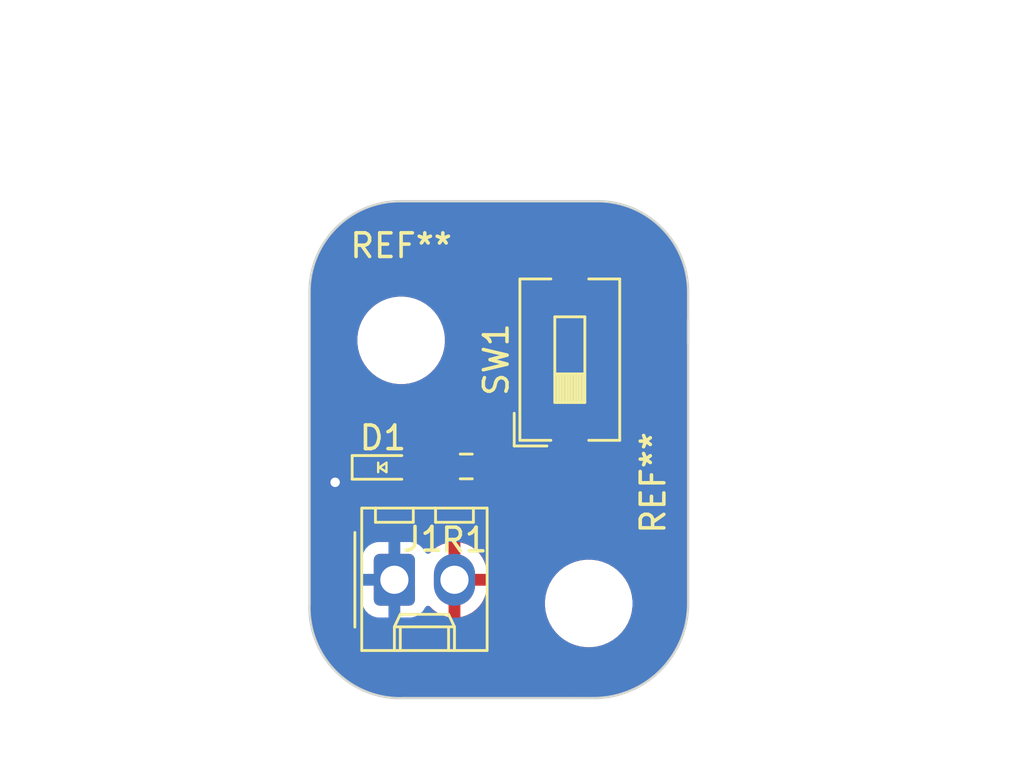
<source format=kicad_pcb>
(kicad_pcb (version 20240108) (generator "pcbnew") (generator_version "8.0")
  (title_block (title "LED Project") (date "2022-08-16") (rev "0.0") (company "Illini Solar Car") (comment 1 "Designed By: Madhumita Manthri"))
  (layers (0 "F.Cu" signal) (31 "B.Cu" signal) (34 "B.Paste" user) (35 "F.Paste" user) (36 "B.SilkS" user "B.Silkscreen") (37 "F.SilkS" user "F.Silkscreen") (38 "B.Mask" user) (39 "F.Mask" user) (44 "Edge.Cuts" user))
  (net 0 "")
  (net 1 "Net-(D1-A)")
  (net 2 "GND")
  (net 3 "Net-(R1-Pad1)")
  (net 4 "+3V3")
  (footprint "Connector_Molex:Molex_KK-254_AE-6410-02A_1x02_P2.54mm_Vertical" (layer "F.Cu") (at 83.585 41)
    (property "Reference" "J1" (at 1.205 -1.71 0) (layer "F.SilkS"))
    (property "Value" "Conn_01x02")
    (fp_line (start -1.67 -2) (end -1.67 2) (stroke (width 0.12)) (layer "F.SilkS"))
    (fp_line (start -1.38 -3.03) (end -1.38 2.99) (stroke (width 0.12)) (layer "F.SilkS"))
    (fp_line (start -1.38 2.99) (end 3.92 2.99) (stroke (width 0.12)) (layer "F.SilkS"))
    (fp_line (start -0.8 -3.03) (end -0.8 -2.43) (stroke (width 0.12)) (layer "F.SilkS"))
    (fp_line (start -0.8 -2.43) (end 0.8 -2.43) (stroke (width 0.12)) (layer "F.SilkS"))
    (fp_line (start 0 1.99) (end 0.25 1.46) (stroke (width 0.12)) (layer "F.SilkS"))
    (fp_line (start 0 1.99) (end 2.54 1.99) (stroke (width 0.12)) (layer "F.SilkS"))
    (fp_line (start 0 2.99) (end 0 1.99) (stroke (width 0.12)) (layer "F.SilkS"))
    (fp_line (start 0.25 1.46) (end 2.29 1.46) (stroke (width 0.12)) (layer "F.SilkS"))
    (fp_line (start 0.25 2.99) (end 0.25 1.99) (stroke (width 0.12)) (layer "F.SilkS"))
    (fp_line (start 0.8 -2.43) (end 0.8 -3.03) (stroke (width 0.12)) (layer "F.SilkS"))
    (fp_line (start 1.74 -3.03) (end 1.74 -2.43) (stroke (width 0.12)) (layer "F.SilkS"))
    (fp_line (start 1.74 -2.43) (end 3.34 -2.43) (stroke (width 0.12)) (layer "F.SilkS"))
    (fp_line (start 2.29 1.46) (end 2.54 1.99) (stroke (width 0.12)) (layer "F.SilkS"))
    (fp_line (start 2.29 2.99) (end 2.29 1.99) (stroke (width 0.12)) (layer "F.SilkS"))
    (fp_line (start 2.54 1.99) (end 2.54 2.99) (stroke (width 0.12)) (layer "F.SilkS"))
    (fp_line (start 3.34 -2.43) (end 3.34 -3.03) (stroke (width 0.12)) (layer "F.SilkS"))
    (fp_line (start 3.92 -3.03) (end -1.38 -3.03) (stroke (width 0.12)) (layer "F.SilkS"))
    (fp_line (start 3.92 2.99) (end 3.92 -3.03) (stroke (width 0.12)) (layer "F.SilkS"))
    (pad "1" thru_hole roundrect (at 0 0) (size 1.74 2.19) (drill 1.19) (layers "*.Cu" "*.Mask") (roundrect_rratio 0.143678) (net 2 "GND"))
    (pad "2" thru_hole oval (at 2.54 0) (size 1.74 2.19) (drill 1.19) (layers "*.Cu" "*.Mask") (net 4 "+3V3"))
  )
  (footprint "Button_Switch_SMD:SW_DIP_SPSTx01_Slide_6.7x4.1mm_W8.61mm_P2.54mm_LowProfile" (layer "F.Cu") (at 91 31.695 90)
    (property "Reference" "SW1" (at 0 -3.11 90) (layer "F.SilkS"))
    (property "Value" "SW_Push")
    (fp_line (start -3.65 -2.35) (end -2.267 -2.35) (stroke (width 0.12)) (layer "F.SilkS"))
    (fp_line (start -3.65 -2.35) (end -3.65 -0.967) (stroke (width 0.12)) (layer "F.SilkS"))
    (fp_line (start 3.41 -2.11) (end 3.41 -0.8) (stroke (width 0.12)) (layer "F.SilkS"))
    (fp_line (start -3.41 -2.11) (end 3.41 -2.11) (stroke (width 0.12)) (layer "F.SilkS"))
    (fp_line (start -3.41 -2.11) (end -3.41 -0.8) (stroke (width 0.12)) (layer "F.SilkS"))
    (fp_line (start 1.81 -0.635) (end -1.81 -0.635) (stroke (width 0.12)) (layer "F.SilkS"))
    (fp_line (start -0.603333 -0.635) (end -0.603333 0.635) (stroke (width 0.12)) (layer "F.SilkS"))
    (fp_line (start -1.81 -0.635) (end -1.81 0.635) (stroke (width 0.12)) (layer "F.SilkS"))
    (fp_line (start -1.81 -0.515) (end -0.603333 -0.515) (stroke (width 0.12)) (layer "F.SilkS"))
    (fp_line (start -1.81 -0.395) (end -0.603333 -0.395) (stroke (width 0.12)) (layer "F.SilkS"))
    (fp_line (start -1.81 -0.275) (end -0.603333 -0.275) (stroke (width 0.12)) (layer "F.SilkS"))
    (fp_line (start -1.81 -0.155) (end -0.603333 -0.155) (stroke (width 0.12)) (layer "F.SilkS"))
    (fp_line (start -1.81 -0.035) (end -0.603333 -0.035) (stroke (width 0.12)) (layer "F.SilkS"))
    (fp_line (start -1.81 0.085) (end -0.603333 0.085) (stroke (width 0.12)) (layer "F.SilkS"))
    (fp_line (start -1.81 0.205) (end -0.603333 0.205) (stroke (width 0.12)) (layer "F.SilkS"))
    (fp_line (start -1.81 0.325) (end -0.603333 0.325) (stroke (width 0.12)) (layer "F.SilkS"))
    (fp_line (start -1.81 0.445) (end -0.603333 0.445) (stroke (width 0.12)) (layer "F.SilkS"))
    (fp_line (start -1.81 0.565) (end -0.603333 0.565) (stroke (width 0.12)) (layer "F.SilkS"))
    (fp_line (start 1.81 0.635) (end 1.81 -0.635) (stroke (width 0.12)) (layer "F.SilkS"))
    (fp_line (start -1.81 0.635) (end 1.81 0.635) (stroke (width 0.12)) (layer "F.SilkS"))
    (fp_line (start 3.41 0.8) (end 3.41 2.11) (stroke (width 0.12)) (layer "F.SilkS"))
    (fp_line (start -3.41 0.8) (end -3.41 2.11) (stroke (width 0.12)) (layer "F.SilkS"))
    (fp_line (start -3.41 2.11) (end 3.41 2.11) (stroke (width 0.12)) (layer "F.SilkS"))
    (pad "1" smd rect (at -4.305 0 90) (size 2.44 1.12) (layers "F.Cu" "F.Paste" "F.Mask") (net 4 "+3V3"))
    (pad "2" smd rect (at 4.305 0 90) (size 2.44 1.12) (layers "F.Cu" "F.Paste" "F.Mask") (net 3 "Net-(R1-Pad1)"))
  )
  (footprint "MountingHole:MountingHole_3.2mm_M3" (layer "F.Cu") (at 83.87 30.88)
    (property "Reference" "REF**" (at 0 -4 0) (layer "F.SilkS"))
    (property "Value" "MountingHole_3.2mm_M3")
    (pad "" np_thru_hole circle (at 0 0) (size 3.2 3.2) (drill 3.2) (layers "F&B.Cu" "*.Mask"))
  )
  (footprint "layout:LED_0603_Symbol_on_F.SilkS" (layer "F.Cu") (at 83.1 36.25)
    (property "Reference" "D1" (at 0 -1.25 0) (layer "F.SilkS"))
    (property "Value" "LED_RED")
    (fp_line (start -1.3 -0.5) (end -1.3 0.5) (stroke (width 0.12)) (layer "F.SilkS"))
    (fp_line (start -1.3 -0.5) (end 0.8 -0.5) (stroke (width 0.12)) (layer "F.SilkS"))
    (fp_line (start -1.3 0.5) (end 0.8 0.5) (stroke (width 0.12)) (layer "F.SilkS"))
    (fp_line (start -0.2 -0.2) (end -0.2 0.2) (stroke (width 0.1)) (layer "F.SilkS"))
    (fp_line (start -0.15 0) (end 0.15 -0.2) (stroke (width 0.1)) (layer "F.SilkS"))
    (fp_line (start 0.15 -0.2) (end 0.15 0.2) (stroke (width 0.1)) (layer "F.SilkS"))
    (fp_line (start 0.15 0.2) (end -0.15 0) (stroke (width 0.1)) (layer "F.SilkS"))
    (pad "1" smd rect (at -0.8 0 180) (size 0.8 0.8) (layers "F.Cu" "F.Paste" "F.Mask") (net 2 "GND"))
    (pad "2" smd rect (at 0.8 0 180) (size 0.8 0.8) (layers "F.Cu" "F.Paste" "F.Mask") (net 1 "Net-(D1-A)"))
  )
  (footprint "MountingHole:MountingHole_3.2mm_M3" (layer "F.Cu") (at 91.8 42)
    (property "Reference" "REF**" (at 2.72 -5.1 90) (layer "F.SilkS"))
    (property "Value" "MountingHole_3.2mm_M3")
    (pad "" np_thru_hole circle (at 0 0) (size 3.2 3.2) (drill 3.2) (layers "F&B.Cu" "*.Mask"))
  )
  (footprint "Resistor_SMD:R_0603_1608Metric_Pad0.98x0.95mm_HandSolder" (layer "F.Cu") (at 86.6225 36.21 180)
    (property "Reference" "R1" (at 0.0825 -3.11 360) (layer "F.SilkS"))
    (property "Value" "105")
    (fp_line (start -0.254724 0.5225) (end 0.254724 0.5225) (stroke (width 0.12)) (layer "F.SilkS"))
    (fp_line (start -0.254724 -0.5225) (end 0.254724 -0.5225) (stroke (width 0.12)) (layer "F.SilkS"))
    (pad "1" smd roundrect (at -0.9125 0 180) (size 0.975 0.95) (layers "F.Cu" "F.Paste" "F.Mask") (net 3 "Net-(R1-Pad1)"))
    (pad "2" smd roundrect (at 0.9125 0 180) (size 0.975 0.95) (layers "F.Cu" "F.Paste" "F.Mask") (net 1 "Net-(D1-A)"))
  )
  (gr_arc (start 80 28.828427) (mid 81.12132 26.12132) (end 83.828427 25) (stroke (width 0.1)) (layer "Edge.Cuts"))
  (gr_arc (start 96 42) (mid 94.828427 44.828427) (end 92 46) (stroke (width 0.1)) (layer "Edge.Cuts"))
  (gr_line (start 83.828427 25) (end 92.171573 25) (stroke (width 0.1)) (layer "Edge.Cuts"))
  (gr_arc (start 84 45.999998) (mid 81.118605 44.881395) (end 80.000002 42) (stroke (width 0.1)) (layer "Edge.Cuts"))
  (gr_line (start 96 42) (end 96 30) (stroke (width 0.1)) (layer "Edge.Cuts"))
  (gr_line (start 84 45.999998) (end 91 46) (stroke (width 0.1)) (layer "Edge.Cuts"))
  (gr_line (start 96 31) (end 96 28.828427) (stroke (width 0.1)) (layer "Edge.Cuts"))
  (gr_line (start 80 28.828427) (end 80.000002 42) (stroke (width 0.1)) (layer "Edge.Cuts"))
  (gr_line (start 96 30) (end 96 31) (stroke (width 0.1)) (layer "Edge.Cuts"))
  (gr_line (start 91 46) (end 92 46) (stroke (width 0.1)) (layer "Edge.Cuts"))
  (gr_arc (start 92.171573 25) (mid 94.87868 26.12132) (end 96 28.828427) (stroke (width 0.1)) (layer "Edge.Cuts"))
  (segment (start 85.27 36.21) (end 85.71 36.21) (width 0.25) (layer "F.Cu") (net 1))
  (segment (start 84.99 35.93) (end 85.27 36.21) (width 0.25) (layer "F.Cu") (net 1))
  (segment (start 84.67 36.25) (end 84.99 35.93) (width 0.25) (layer "F.Cu") (net 1))
  (segment (start 83.9 36.25) (end 84.67 36.25) (width 0.25) (layer "F.Cu") (net 1))
  (via (at 81.08 36.88) (size 0.8) (drill 0.4) (layers "F.Cu" "B.Cu") (net 2))
  (segment (start 82.3 36.25) (end 81.71 36.25) (width 0.25) (layer "B.Cu") (net 2))
  (segment (start 81.71 36.25) (end 81.08 36.88) (width 0.25) (layer "B.Cu") (net 2))
  (segment (start 87.535 34.825) (end 87.535 36.21) (width 0.25) (layer "F.Cu") (net 3))
  (segment (start 87.03 28.27) (end 87.85 29.09) (width 0.25) (layer "F.Cu") (net 3))
  (segment (start 87.03 28.13) (end 87.03 28.27) (width 0.25) (layer "F.Cu") (net 3))
  (segment (start 91 27.39) (end 87.77 27.39) (width 0.25) (layer "F.Cu") (net 3))
  (segment (start 87.77 27.39) (end 87.03 28.13) (width 0.25) (layer "F.Cu") (net 3))
  (segment (start 87.07 34.36) (end 87.535 34.825) (width 0.25) (layer "F.Cu") (net 3))
  (segment (start 87.85 29.09) (end 87.85 33.58) (width 0.25) (layer "F.Cu") (net 3))
  (segment (start 87.85 33.58) (end 87.07 34.36) (width 0.25) (layer "F.Cu") (net 3))
  (zone (net 4) (net_name "+3V3") (layer "F.Cu") (connect_pads (clearance 0.508)) (min_thickness 0.25) (fill yes (thermal_gap 0.5) (thermal_bridge_width 0.5))
    (polygon (pts (xy 80 25) (xy 96 25) (xy 96 46) (xy 80 46)))
  )
  (zone (net 2) (net_name "GND") (layer "B.Cu") (priority 1) (connect_pads (clearance 0.508)) (min_thickness 0.25) (fill yes (thermal_gap 0.5) (thermal_bridge_width 0.5))
    (polygon (pts (xy 80 25) (xy 96 25) (xy 96 46) (xy 80 46)))
  )
)
</source>
